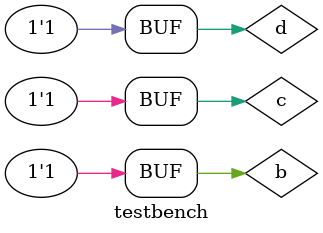
<source format=v>
`include "andgate.v"

module testbench;
    reg b,c,d;
    wire out;

    andgate and2(out,b,c,d);

    initial begin;
        b = 1'b0;
        c = 1'b1;
        d = 1'b1;
        #5;
        b = 1'b1;
        c = 1'b1;
        d = 1'b1;
    end

    initial
        $monitor($time, " : b=%b c=%b d=%b out=%b", b, c, d, out);
endmodule
</source>
